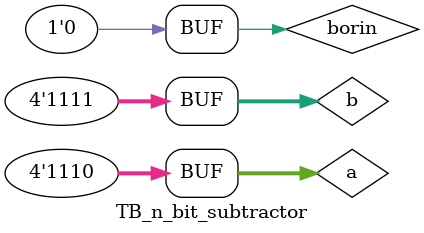
<source format=v>
module TB_n_bit_subtractor#(parameter N=4) ();

reg [N-1:0]a,b;// declared as inputs // declared as output
reg borin;
wire [N-1:0]diff;
wire borout;

//callling module full adder
n_bit_subtractor t(.a(a),.b(b),.D(diff),.enable(0),.borin(borin),.borout(borout));

initial
begin 
a[0]=1'b1; b[0]= 1'b1;   a[1]=1'b1; b[1]= 1'b0;   a[2]=1'b0; b[2]= 1'b1;   a[3]=1'b1; b[3]= 1'b1;borin=1'b1;
#100  a[0]=1'b0; b[0]= 1'b0;   a[1]=1'b0; b[1]= 1'b0;   a[2]=1'b1; b[2]= 1'b1;   a[3]=1'b0; b[3]= 1'b1;borin=1'b0;  
#100  a[0]=1'b1; b[0]= 1'b1;   a[1]=1'b1; b[1]= 1'b0;   a[2]=1'b0; b[2]= 1'b1;   a[3]=1'b1; b[3]= 1'b1;borin=1'b1; 
#100  a[0]=1'b0; b[0]= 1'b1;   a[1]=1'b1; b[1]= 1'b1;   a[2]=1'b1; b[2]= 1'b1;   a[3]=1'b1; b[3]= 1'b1;borin=1'b0; 

end
endmodule
</source>
